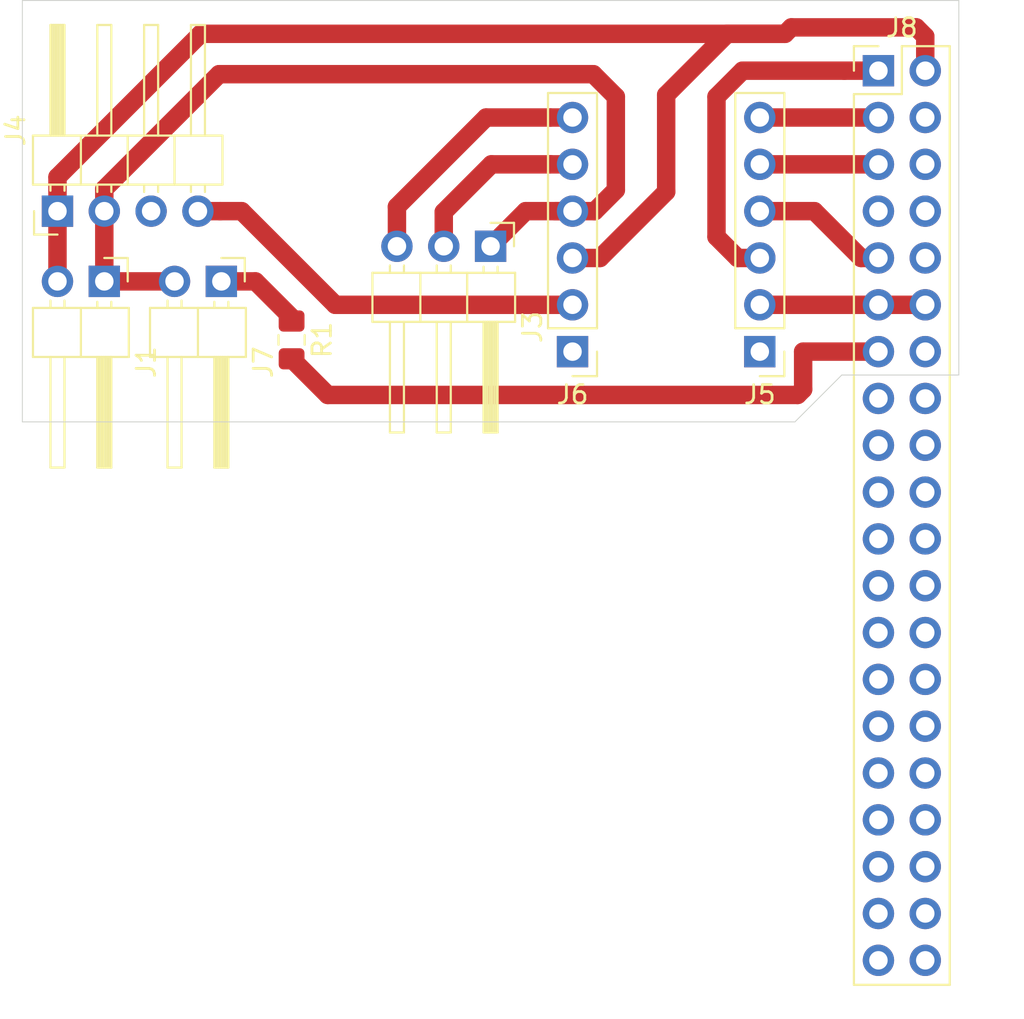
<source format=kicad_pcb>
(kicad_pcb (version 20171130) (host pcbnew 5.1.5+dfsg1-2build2)

  (general
    (thickness 1.6)
    (drawings 6)
    (tracks 60)
    (zones 0)
    (modules 8)
    (nets 38)
  )

  (page A4)
  (layers
    (0 F.Cu signal)
    (31 B.Cu signal)
    (32 B.Adhes user)
    (33 F.Adhes user)
    (34 B.Paste user)
    (35 F.Paste user)
    (36 B.SilkS user)
    (37 F.SilkS user)
    (38 B.Mask user)
    (39 F.Mask user)
    (40 Dwgs.User user)
    (41 Cmts.User user)
    (42 Eco1.User user)
    (43 Eco2.User user)
    (44 Edge.Cuts user)
    (45 Margin user)
    (46 B.CrtYd user)
    (47 F.CrtYd user)
    (48 B.Fab user)
    (49 F.Fab user)
  )

  (setup
    (last_trace_width 1)
    (trace_clearance 1)
    (zone_clearance 0.508)
    (zone_45_only no)
    (trace_min 0.2)
    (via_size 0.8)
    (via_drill 0.4)
    (via_min_size 0.4)
    (via_min_drill 0.3)
    (uvia_size 0.3)
    (uvia_drill 0.1)
    (uvias_allowed no)
    (uvia_min_size 0.2)
    (uvia_min_drill 0.1)
    (edge_width 0.05)
    (segment_width 0.2)
    (pcb_text_width 0.3)
    (pcb_text_size 1.5 1.5)
    (mod_edge_width 0.12)
    (mod_text_size 1 1)
    (mod_text_width 0.15)
    (pad_size 1.524 1.524)
    (pad_drill 0.762)
    (pad_to_mask_clearance 0.051)
    (solder_mask_min_width 0.25)
    (aux_axis_origin 0 0)
    (visible_elements FFFFFF7F)
    (pcbplotparams
      (layerselection 0x01000_7fffffff)
      (usegerberextensions false)
      (usegerberattributes false)
      (usegerberadvancedattributes false)
      (creategerberjobfile false)
      (excludeedgelayer true)
      (linewidth 0.100000)
      (plotframeref false)
      (viasonmask false)
      (mode 1)
      (useauxorigin false)
      (hpglpennumber 1)
      (hpglpenspeed 20)
      (hpglpendiameter 15.000000)
      (psnegative false)
      (psa4output false)
      (plotreference true)
      (plotvalue true)
      (plotinvisibletext false)
      (padsonsilk false)
      (subtractmaskfromsilk false)
      (outputformat 1)
      (mirror false)
      (drillshape 0)
      (scaleselection 1)
      (outputdirectory "plot/"))
  )

  (net 0 "")
  (net 1 GND)
  (net 2 +5V)
  (net 3 +3V3)
  (net 4 RTC_SCL)
  (net 5 RTC_SDA)
  (net 6 HDMI_SDA_RAW)
  (net 7 HDMI_SCL_RAW)
  (net 8 FAN_PWM_RAW)
  (net 9 HDMI_SCL)
  (net 10 HDMI_SDA)
  (net 11 FAN_PWM)
  (net 12 "Net-(J7-Pad1)")
  (net 13 LED_ENABLE)
  (net 14 "Net-(J8-Pad8)")
  (net 15 "Net-(J8-Pad10)")
  (net 16 "Net-(J8-Pad18)")
  (net 17 "Net-(J8-Pad19)")
  (net 18 "Net-(J8-Pad21)")
  (net 19 "Net-(J8-Pad22)")
  (net 20 "Net-(J8-Pad23)")
  (net 21 "Net-(J8-Pad24)")
  (net 22 "Net-(J8-Pad26)")
  (net 23 "Net-(J8-Pad27)")
  (net 24 "Net-(J8-Pad28)")
  (net 25 "Net-(J8-Pad29)")
  (net 26 "Net-(J8-Pad31)")
  (net 27 "Net-(J8-Pad32)")
  (net 28 "Net-(J8-Pad33)")
  (net 29 "Net-(J8-Pad35)")
  (net 30 "Net-(J8-Pad36)")
  (net 31 "Net-(J8-Pad37)")
  (net 32 "Net-(J8-Pad38)")
  (net 33 "Net-(J8-Pad40)")
  (net 34 "Net-(J5-Pad1)")
  (net 35 "Net-(J6-Pad1)")
  (net 36 "Net-(J8-Pad7)")
  (net 37 "Net-(J4-Pad3)")

  (net_class Default "This is the default net class."
    (clearance 1)
    (trace_width 1)
    (via_dia 0.8)
    (via_drill 0.4)
    (uvia_dia 0.3)
    (uvia_drill 0.1)
    (add_net +3V3)
    (add_net +5V)
    (add_net FAN_PWM)
    (add_net FAN_PWM_RAW)
    (add_net GND)
    (add_net HDMI_SCL)
    (add_net HDMI_SCL_RAW)
    (add_net HDMI_SDA)
    (add_net HDMI_SDA_RAW)
    (add_net LED_ENABLE)
    (add_net "Net-(J4-Pad3)")
    (add_net "Net-(J5-Pad1)")
    (add_net "Net-(J6-Pad1)")
    (add_net "Net-(J7-Pad1)")
    (add_net "Net-(J8-Pad10)")
    (add_net "Net-(J8-Pad18)")
    (add_net "Net-(J8-Pad19)")
    (add_net "Net-(J8-Pad21)")
    (add_net "Net-(J8-Pad22)")
    (add_net "Net-(J8-Pad23)")
    (add_net "Net-(J8-Pad24)")
    (add_net "Net-(J8-Pad26)")
    (add_net "Net-(J8-Pad27)")
    (add_net "Net-(J8-Pad28)")
    (add_net "Net-(J8-Pad29)")
    (add_net "Net-(J8-Pad31)")
    (add_net "Net-(J8-Pad32)")
    (add_net "Net-(J8-Pad33)")
    (add_net "Net-(J8-Pad35)")
    (add_net "Net-(J8-Pad36)")
    (add_net "Net-(J8-Pad37)")
    (add_net "Net-(J8-Pad38)")
    (add_net "Net-(J8-Pad40)")
    (add_net "Net-(J8-Pad7)")
    (add_net "Net-(J8-Pad8)")
    (add_net RTC_SCL)
    (add_net RTC_SDA)
  )

  (module Connector_PinHeader_2.54mm:PinHeader_1x06_P2.54mm_Vertical (layer F.Cu) (tedit 59FED5CC) (tstamp 62088973)
    (at 199.39 80.01 180)
    (descr "Through hole straight pin header, 1x06, 2.54mm pitch, single row")
    (tags "Through hole pin header THT 1x06 2.54mm single row")
    (path /62086283)
    (fp_text reference J5 (at 0 -2.33) (layer F.SilkS)
      (effects (font (size 1 1) (thickness 0.15)))
    )
    (fp_text value SHIFTER_L (at 0 15.03) (layer F.Fab)
      (effects (font (size 1 1) (thickness 0.15)))
    )
    (fp_line (start -0.635 -1.27) (end 1.27 -1.27) (layer F.Fab) (width 0.1))
    (fp_line (start 1.27 -1.27) (end 1.27 13.97) (layer F.Fab) (width 0.1))
    (fp_line (start 1.27 13.97) (end -1.27 13.97) (layer F.Fab) (width 0.1))
    (fp_line (start -1.27 13.97) (end -1.27 -0.635) (layer F.Fab) (width 0.1))
    (fp_line (start -1.27 -0.635) (end -0.635 -1.27) (layer F.Fab) (width 0.1))
    (fp_line (start -1.33 14.03) (end 1.33 14.03) (layer F.SilkS) (width 0.12))
    (fp_line (start -1.33 1.27) (end -1.33 14.03) (layer F.SilkS) (width 0.12))
    (fp_line (start 1.33 1.27) (end 1.33 14.03) (layer F.SilkS) (width 0.12))
    (fp_line (start -1.33 1.27) (end 1.33 1.27) (layer F.SilkS) (width 0.12))
    (fp_line (start -1.33 0) (end -1.33 -1.33) (layer F.SilkS) (width 0.12))
    (fp_line (start -1.33 -1.33) (end 0 -1.33) (layer F.SilkS) (width 0.12))
    (fp_line (start -1.8 -1.8) (end -1.8 14.5) (layer F.CrtYd) (width 0.05))
    (fp_line (start -1.8 14.5) (end 1.8 14.5) (layer F.CrtYd) (width 0.05))
    (fp_line (start 1.8 14.5) (end 1.8 -1.8) (layer F.CrtYd) (width 0.05))
    (fp_line (start 1.8 -1.8) (end -1.8 -1.8) (layer F.CrtYd) (width 0.05))
    (fp_text user %R (at 0 6.35 90) (layer F.Fab)
      (effects (font (size 1 1) (thickness 0.15)))
    )
    (pad 1 thru_hole rect (at 0 0 180) (size 1.7 1.7) (drill 1) (layers *.Cu *.Mask)
      (net 34 "Net-(J5-Pad1)"))
    (pad 2 thru_hole oval (at 0 2.54 180) (size 1.7 1.7) (drill 1) (layers *.Cu *.Mask)
      (net 11 FAN_PWM))
    (pad 3 thru_hole oval (at 0 5.08 180) (size 1.7 1.7) (drill 1) (layers *.Cu *.Mask)
      (net 3 +3V3))
    (pad 4 thru_hole oval (at 0 7.62 180) (size 1.7 1.7) (drill 1) (layers *.Cu *.Mask)
      (net 1 GND))
    (pad 5 thru_hole oval (at 0 10.16 180) (size 1.7 1.7) (drill 1) (layers *.Cu *.Mask)
      (net 9 HDMI_SCL))
    (pad 6 thru_hole oval (at 0 12.7 180) (size 1.7 1.7) (drill 1) (layers *.Cu *.Mask)
      (net 10 HDMI_SDA))
    (model ${KISYS3DMOD}/Connector_PinHeader_2.54mm.3dshapes/PinHeader_1x06_P2.54mm_Vertical.wrl
      (at (xyz 0 0 0))
      (scale (xyz 1 1 1))
      (rotate (xyz 0 0 0))
    )
  )

  (module Connector_PinHeader_2.54mm:PinHeader_1x06_P2.54mm_Vertical (layer F.Cu) (tedit 59FED5CC) (tstamp 6208898D)
    (at 189.23 80.01 180)
    (descr "Through hole straight pin header, 1x06, 2.54mm pitch, single row")
    (tags "Through hole pin header THT 1x06 2.54mm single row")
    (path /620867DD)
    (fp_text reference J6 (at 0 -2.33) (layer F.SilkS)
      (effects (font (size 1 1) (thickness 0.15)))
    )
    (fp_text value SHIFTER_H (at 0 15.03) (layer F.Fab)
      (effects (font (size 1 1) (thickness 0.15)))
    )
    (fp_text user %R (at 0 6.35 90) (layer F.Fab)
      (effects (font (size 1 1) (thickness 0.15)))
    )
    (fp_line (start 1.8 -1.8) (end -1.8 -1.8) (layer F.CrtYd) (width 0.05))
    (fp_line (start 1.8 14.5) (end 1.8 -1.8) (layer F.CrtYd) (width 0.05))
    (fp_line (start -1.8 14.5) (end 1.8 14.5) (layer F.CrtYd) (width 0.05))
    (fp_line (start -1.8 -1.8) (end -1.8 14.5) (layer F.CrtYd) (width 0.05))
    (fp_line (start -1.33 -1.33) (end 0 -1.33) (layer F.SilkS) (width 0.12))
    (fp_line (start -1.33 0) (end -1.33 -1.33) (layer F.SilkS) (width 0.12))
    (fp_line (start -1.33 1.27) (end 1.33 1.27) (layer F.SilkS) (width 0.12))
    (fp_line (start 1.33 1.27) (end 1.33 14.03) (layer F.SilkS) (width 0.12))
    (fp_line (start -1.33 1.27) (end -1.33 14.03) (layer F.SilkS) (width 0.12))
    (fp_line (start -1.33 14.03) (end 1.33 14.03) (layer F.SilkS) (width 0.12))
    (fp_line (start -1.27 -0.635) (end -0.635 -1.27) (layer F.Fab) (width 0.1))
    (fp_line (start -1.27 13.97) (end -1.27 -0.635) (layer F.Fab) (width 0.1))
    (fp_line (start 1.27 13.97) (end -1.27 13.97) (layer F.Fab) (width 0.1))
    (fp_line (start 1.27 -1.27) (end 1.27 13.97) (layer F.Fab) (width 0.1))
    (fp_line (start -0.635 -1.27) (end 1.27 -1.27) (layer F.Fab) (width 0.1))
    (pad 6 thru_hole oval (at 0 12.7 180) (size 1.7 1.7) (drill 1) (layers *.Cu *.Mask)
      (net 6 HDMI_SDA_RAW))
    (pad 5 thru_hole oval (at 0 10.16 180) (size 1.7 1.7) (drill 1) (layers *.Cu *.Mask)
      (net 7 HDMI_SCL_RAW))
    (pad 4 thru_hole oval (at 0 7.62 180) (size 1.7 1.7) (drill 1) (layers *.Cu *.Mask)
      (net 1 GND))
    (pad 3 thru_hole oval (at 0 5.08 180) (size 1.7 1.7) (drill 1) (layers *.Cu *.Mask)
      (net 2 +5V))
    (pad 2 thru_hole oval (at 0 2.54 180) (size 1.7 1.7) (drill 1) (layers *.Cu *.Mask)
      (net 8 FAN_PWM_RAW))
    (pad 1 thru_hole rect (at 0 0 180) (size 1.7 1.7) (drill 1) (layers *.Cu *.Mask)
      (net 35 "Net-(J6-Pad1)"))
    (model ${KISYS3DMOD}/Connector_PinHeader_2.54mm.3dshapes/PinHeader_1x06_P2.54mm_Vertical.wrl
      (at (xyz 0 0 0))
      (scale (xyz 1 1 1))
      (rotate (xyz 0 0 0))
    )
  )

  (module Connector_PinHeader_2.54mm:PinHeader_2x20_P2.54mm_Vertical (layer F.Cu) (tedit 59FED5CC) (tstamp 620889E1)
    (at 205.825001 64.77)
    (descr "Through hole straight pin header, 2x20, 2.54mm pitch, double rows")
    (tags "Through hole pin header THT 2x20 2.54mm double row")
    (path /620B410F)
    (fp_text reference J8 (at 1.27 -2.33) (layer F.SilkS)
      (effects (font (size 1 1) (thickness 0.15)))
    )
    (fp_text value Raspberry_Pi_2_3 (at 1.27 50.59) (layer F.Fab)
      (effects (font (size 1 1) (thickness 0.15)))
    )
    (fp_line (start 0 -1.27) (end 3.81 -1.27) (layer F.Fab) (width 0.1))
    (fp_line (start 3.81 -1.27) (end 3.81 49.53) (layer F.Fab) (width 0.1))
    (fp_line (start 3.81 49.53) (end -1.27 49.53) (layer F.Fab) (width 0.1))
    (fp_line (start -1.27 49.53) (end -1.27 0) (layer F.Fab) (width 0.1))
    (fp_line (start -1.27 0) (end 0 -1.27) (layer F.Fab) (width 0.1))
    (fp_line (start -1.33 49.59) (end 3.87 49.59) (layer F.SilkS) (width 0.12))
    (fp_line (start -1.33 1.27) (end -1.33 49.59) (layer F.SilkS) (width 0.12))
    (fp_line (start 3.87 -1.33) (end 3.87 49.59) (layer F.SilkS) (width 0.12))
    (fp_line (start -1.33 1.27) (end 1.27 1.27) (layer F.SilkS) (width 0.12))
    (fp_line (start 1.27 1.27) (end 1.27 -1.33) (layer F.SilkS) (width 0.12))
    (fp_line (start 1.27 -1.33) (end 3.87 -1.33) (layer F.SilkS) (width 0.12))
    (fp_line (start -1.33 0) (end -1.33 -1.33) (layer F.SilkS) (width 0.12))
    (fp_line (start -1.33 -1.33) (end 0 -1.33) (layer F.SilkS) (width 0.12))
    (fp_line (start -1.8 -1.8) (end -1.8 50.05) (layer F.CrtYd) (width 0.05))
    (fp_line (start -1.8 50.05) (end 4.35 50.05) (layer F.CrtYd) (width 0.05))
    (fp_line (start 4.35 50.05) (end 4.35 -1.8) (layer F.CrtYd) (width 0.05))
    (fp_line (start 4.35 -1.8) (end -1.8 -1.8) (layer F.CrtYd) (width 0.05))
    (fp_text user %R (at 1.27 24.13 90) (layer F.Fab)
      (effects (font (size 1 1) (thickness 0.15)))
    )
    (pad 1 thru_hole rect (at 0 0) (size 1.7 1.7) (drill 1) (layers *.Cu *.Mask)
      (net 3 +3V3))
    (pad 2 thru_hole oval (at 2.54 0) (size 1.7 1.7) (drill 1) (layers *.Cu *.Mask)
      (net 2 +5V))
    (pad 3 thru_hole oval (at 0 2.54) (size 1.7 1.7) (drill 1) (layers *.Cu *.Mask)
      (net 10 HDMI_SDA))
    (pad 4 thru_hole oval (at 2.54 2.54) (size 1.7 1.7) (drill 1) (layers *.Cu *.Mask)
      (net 2 +5V))
    (pad 5 thru_hole oval (at 0 5.08) (size 1.7 1.7) (drill 1) (layers *.Cu *.Mask)
      (net 9 HDMI_SCL))
    (pad 6 thru_hole oval (at 2.54 5.08) (size 1.7 1.7) (drill 1) (layers *.Cu *.Mask)
      (net 1 GND))
    (pad 7 thru_hole oval (at 0 7.62) (size 1.7 1.7) (drill 1) (layers *.Cu *.Mask)
      (net 36 "Net-(J8-Pad7)"))
    (pad 8 thru_hole oval (at 2.54 7.62) (size 1.7 1.7) (drill 1) (layers *.Cu *.Mask)
      (net 14 "Net-(J8-Pad8)"))
    (pad 9 thru_hole oval (at 0 10.16) (size 1.7 1.7) (drill 1) (layers *.Cu *.Mask)
      (net 1 GND))
    (pad 10 thru_hole oval (at 2.54 10.16) (size 1.7 1.7) (drill 1) (layers *.Cu *.Mask)
      (net 15 "Net-(J8-Pad10)"))
    (pad 11 thru_hole oval (at 0 12.7) (size 1.7 1.7) (drill 1) (layers *.Cu *.Mask)
      (net 11 FAN_PWM))
    (pad 12 thru_hole oval (at 2.54 12.7) (size 1.7 1.7) (drill 1) (layers *.Cu *.Mask)
      (net 11 FAN_PWM))
    (pad 13 thru_hole oval (at 0 15.24) (size 1.7 1.7) (drill 1) (layers *.Cu *.Mask)
      (net 13 LED_ENABLE))
    (pad 14 thru_hole oval (at 2.54 15.24) (size 1.7 1.7) (drill 1) (layers *.Cu *.Mask)
      (net 1 GND))
    (pad 15 thru_hole oval (at 0 17.78) (size 1.7 1.7) (drill 1) (layers *.Cu *.Mask)
      (net 5 RTC_SDA))
    (pad 16 thru_hole oval (at 2.54 17.78) (size 1.7 1.7) (drill 1) (layers *.Cu *.Mask)
      (net 4 RTC_SCL))
    (pad 17 thru_hole oval (at 0 20.32) (size 1.7 1.7) (drill 1) (layers *.Cu *.Mask)
      (net 3 +3V3))
    (pad 18 thru_hole oval (at 2.54 20.32) (size 1.7 1.7) (drill 1) (layers *.Cu *.Mask)
      (net 16 "Net-(J8-Pad18)"))
    (pad 19 thru_hole oval (at 0 22.86) (size 1.7 1.7) (drill 1) (layers *.Cu *.Mask)
      (net 17 "Net-(J8-Pad19)"))
    (pad 20 thru_hole oval (at 2.54 22.86) (size 1.7 1.7) (drill 1) (layers *.Cu *.Mask)
      (net 1 GND))
    (pad 21 thru_hole oval (at 0 25.4) (size 1.7 1.7) (drill 1) (layers *.Cu *.Mask)
      (net 18 "Net-(J8-Pad21)"))
    (pad 22 thru_hole oval (at 2.54 25.4) (size 1.7 1.7) (drill 1) (layers *.Cu *.Mask)
      (net 19 "Net-(J8-Pad22)"))
    (pad 23 thru_hole oval (at 0 27.94) (size 1.7 1.7) (drill 1) (layers *.Cu *.Mask)
      (net 20 "Net-(J8-Pad23)"))
    (pad 24 thru_hole oval (at 2.54 27.94) (size 1.7 1.7) (drill 1) (layers *.Cu *.Mask)
      (net 21 "Net-(J8-Pad24)"))
    (pad 25 thru_hole oval (at 0 30.48) (size 1.7 1.7) (drill 1) (layers *.Cu *.Mask)
      (net 1 GND))
    (pad 26 thru_hole oval (at 2.54 30.48) (size 1.7 1.7) (drill 1) (layers *.Cu *.Mask)
      (net 22 "Net-(J8-Pad26)"))
    (pad 27 thru_hole oval (at 0 33.02) (size 1.7 1.7) (drill 1) (layers *.Cu *.Mask)
      (net 23 "Net-(J8-Pad27)"))
    (pad 28 thru_hole oval (at 2.54 33.02) (size 1.7 1.7) (drill 1) (layers *.Cu *.Mask)
      (net 24 "Net-(J8-Pad28)"))
    (pad 29 thru_hole oval (at 0 35.56) (size 1.7 1.7) (drill 1) (layers *.Cu *.Mask)
      (net 25 "Net-(J8-Pad29)"))
    (pad 30 thru_hole oval (at 2.54 35.56) (size 1.7 1.7) (drill 1) (layers *.Cu *.Mask)
      (net 1 GND))
    (pad 31 thru_hole oval (at 0 38.1) (size 1.7 1.7) (drill 1) (layers *.Cu *.Mask)
      (net 26 "Net-(J8-Pad31)"))
    (pad 32 thru_hole oval (at 2.54 38.1) (size 1.7 1.7) (drill 1) (layers *.Cu *.Mask)
      (net 27 "Net-(J8-Pad32)"))
    (pad 33 thru_hole oval (at 0 40.64) (size 1.7 1.7) (drill 1) (layers *.Cu *.Mask)
      (net 28 "Net-(J8-Pad33)"))
    (pad 34 thru_hole oval (at 2.54 40.64) (size 1.7 1.7) (drill 1) (layers *.Cu *.Mask)
      (net 1 GND))
    (pad 35 thru_hole oval (at 0 43.18) (size 1.7 1.7) (drill 1) (layers *.Cu *.Mask)
      (net 29 "Net-(J8-Pad35)"))
    (pad 36 thru_hole oval (at 2.54 43.18) (size 1.7 1.7) (drill 1) (layers *.Cu *.Mask)
      (net 30 "Net-(J8-Pad36)"))
    (pad 37 thru_hole oval (at 0 45.72) (size 1.7 1.7) (drill 1) (layers *.Cu *.Mask)
      (net 31 "Net-(J8-Pad37)"))
    (pad 38 thru_hole oval (at 2.54 45.72) (size 1.7 1.7) (drill 1) (layers *.Cu *.Mask)
      (net 32 "Net-(J8-Pad38)"))
    (pad 39 thru_hole oval (at 0 48.26) (size 1.7 1.7) (drill 1) (layers *.Cu *.Mask)
      (net 1 GND))
    (pad 40 thru_hole oval (at 2.54 48.26) (size 1.7 1.7) (drill 1) (layers *.Cu *.Mask)
      (net 33 "Net-(J8-Pad40)"))
    (model ${KISYS3DMOD}/Connector_PinHeader_2.54mm.3dshapes/PinHeader_2x20_P2.54mm_Vertical.wrl
      (at (xyz 0 0 0))
      (scale (xyz 1 1 1))
      (rotate (xyz 0 0 0))
    )
  )

  (module Connector_PinHeader_2.54mm:PinHeader_1x02_P2.54mm_Horizontal (layer F.Cu) (tedit 59FED5CB) (tstamp 62089A42)
    (at 163.83 76.2 270)
    (descr "Through hole angled pin header, 1x02, 2.54mm pitch, 6mm pin length, single row")
    (tags "Through hole angled pin header THT 1x02 2.54mm single row")
    (path /62098B49)
    (fp_text reference J1 (at 4.385 -2.27 90) (layer F.SilkS)
      (effects (font (size 1 1) (thickness 0.15)))
    )
    (fp_text value RACK (at 4.385 4.81 90) (layer F.Fab)
      (effects (font (size 1 1) (thickness 0.15)))
    )
    (fp_line (start 2.135 -1.27) (end 4.04 -1.27) (layer F.Fab) (width 0.1))
    (fp_line (start 4.04 -1.27) (end 4.04 3.81) (layer F.Fab) (width 0.1))
    (fp_line (start 4.04 3.81) (end 1.5 3.81) (layer F.Fab) (width 0.1))
    (fp_line (start 1.5 3.81) (end 1.5 -0.635) (layer F.Fab) (width 0.1))
    (fp_line (start 1.5 -0.635) (end 2.135 -1.27) (layer F.Fab) (width 0.1))
    (fp_line (start -0.32 -0.32) (end 1.5 -0.32) (layer F.Fab) (width 0.1))
    (fp_line (start -0.32 -0.32) (end -0.32 0.32) (layer F.Fab) (width 0.1))
    (fp_line (start -0.32 0.32) (end 1.5 0.32) (layer F.Fab) (width 0.1))
    (fp_line (start 4.04 -0.32) (end 10.04 -0.32) (layer F.Fab) (width 0.1))
    (fp_line (start 10.04 -0.32) (end 10.04 0.32) (layer F.Fab) (width 0.1))
    (fp_line (start 4.04 0.32) (end 10.04 0.32) (layer F.Fab) (width 0.1))
    (fp_line (start -0.32 2.22) (end 1.5 2.22) (layer F.Fab) (width 0.1))
    (fp_line (start -0.32 2.22) (end -0.32 2.86) (layer F.Fab) (width 0.1))
    (fp_line (start -0.32 2.86) (end 1.5 2.86) (layer F.Fab) (width 0.1))
    (fp_line (start 4.04 2.22) (end 10.04 2.22) (layer F.Fab) (width 0.1))
    (fp_line (start 10.04 2.22) (end 10.04 2.86) (layer F.Fab) (width 0.1))
    (fp_line (start 4.04 2.86) (end 10.04 2.86) (layer F.Fab) (width 0.1))
    (fp_line (start 1.44 -1.33) (end 1.44 3.87) (layer F.SilkS) (width 0.12))
    (fp_line (start 1.44 3.87) (end 4.1 3.87) (layer F.SilkS) (width 0.12))
    (fp_line (start 4.1 3.87) (end 4.1 -1.33) (layer F.SilkS) (width 0.12))
    (fp_line (start 4.1 -1.33) (end 1.44 -1.33) (layer F.SilkS) (width 0.12))
    (fp_line (start 4.1 -0.38) (end 10.1 -0.38) (layer F.SilkS) (width 0.12))
    (fp_line (start 10.1 -0.38) (end 10.1 0.38) (layer F.SilkS) (width 0.12))
    (fp_line (start 10.1 0.38) (end 4.1 0.38) (layer F.SilkS) (width 0.12))
    (fp_line (start 4.1 -0.32) (end 10.1 -0.32) (layer F.SilkS) (width 0.12))
    (fp_line (start 4.1 -0.2) (end 10.1 -0.2) (layer F.SilkS) (width 0.12))
    (fp_line (start 4.1 -0.08) (end 10.1 -0.08) (layer F.SilkS) (width 0.12))
    (fp_line (start 4.1 0.04) (end 10.1 0.04) (layer F.SilkS) (width 0.12))
    (fp_line (start 4.1 0.16) (end 10.1 0.16) (layer F.SilkS) (width 0.12))
    (fp_line (start 4.1 0.28) (end 10.1 0.28) (layer F.SilkS) (width 0.12))
    (fp_line (start 1.11 -0.38) (end 1.44 -0.38) (layer F.SilkS) (width 0.12))
    (fp_line (start 1.11 0.38) (end 1.44 0.38) (layer F.SilkS) (width 0.12))
    (fp_line (start 1.44 1.27) (end 4.1 1.27) (layer F.SilkS) (width 0.12))
    (fp_line (start 4.1 2.16) (end 10.1 2.16) (layer F.SilkS) (width 0.12))
    (fp_line (start 10.1 2.16) (end 10.1 2.92) (layer F.SilkS) (width 0.12))
    (fp_line (start 10.1 2.92) (end 4.1 2.92) (layer F.SilkS) (width 0.12))
    (fp_line (start 1.042929 2.16) (end 1.44 2.16) (layer F.SilkS) (width 0.12))
    (fp_line (start 1.042929 2.92) (end 1.44 2.92) (layer F.SilkS) (width 0.12))
    (fp_line (start -1.27 0) (end -1.27 -1.27) (layer F.SilkS) (width 0.12))
    (fp_line (start -1.27 -1.27) (end 0 -1.27) (layer F.SilkS) (width 0.12))
    (fp_line (start -1.8 -1.8) (end -1.8 4.35) (layer F.CrtYd) (width 0.05))
    (fp_line (start -1.8 4.35) (end 10.55 4.35) (layer F.CrtYd) (width 0.05))
    (fp_line (start 10.55 4.35) (end 10.55 -1.8) (layer F.CrtYd) (width 0.05))
    (fp_line (start 10.55 -1.8) (end -1.8 -1.8) (layer F.CrtYd) (width 0.05))
    (fp_text user %R (at 2.77 1.27) (layer F.Fab)
      (effects (font (size 1 1) (thickness 0.15)))
    )
    (pad 1 thru_hole rect (at 0 0 270) (size 1.7 1.7) (drill 1) (layers *.Cu *.Mask)
      (net 1 GND))
    (pad 2 thru_hole oval (at 0 2.54 270) (size 1.7 1.7) (drill 1) (layers *.Cu *.Mask)
      (net 2 +5V))
    (model ${KISYS3DMOD}/Connector_PinHeader_2.54mm.3dshapes/PinHeader_1x02_P2.54mm_Horizontal.wrl
      (at (xyz 0 0 0))
      (scale (xyz 1 1 1))
      (rotate (xyz 0 0 0))
    )
  )

  (module Connector_PinHeader_2.54mm:PinHeader_1x03_P2.54mm_Horizontal (layer F.Cu) (tedit 59FED5CB) (tstamp 62089A74)
    (at 184.785 74.295 270)
    (descr "Through hole angled pin header, 1x03, 2.54mm pitch, 6mm pin length, single row")
    (tags "Through hole angled pin header THT 1x03 2.54mm single row")
    (path /6208D687)
    (fp_text reference J3 (at 4.385 -2.27 90) (layer F.SilkS)
      (effects (font (size 1 1) (thickness 0.15)))
    )
    (fp_text value HDMI (at 4.385 7.35 90) (layer F.Fab)
      (effects (font (size 1 1) (thickness 0.15)))
    )
    (fp_line (start 2.135 -1.27) (end 4.04 -1.27) (layer F.Fab) (width 0.1))
    (fp_line (start 4.04 -1.27) (end 4.04 6.35) (layer F.Fab) (width 0.1))
    (fp_line (start 4.04 6.35) (end 1.5 6.35) (layer F.Fab) (width 0.1))
    (fp_line (start 1.5 6.35) (end 1.5 -0.635) (layer F.Fab) (width 0.1))
    (fp_line (start 1.5 -0.635) (end 2.135 -1.27) (layer F.Fab) (width 0.1))
    (fp_line (start -0.32 -0.32) (end 1.5 -0.32) (layer F.Fab) (width 0.1))
    (fp_line (start -0.32 -0.32) (end -0.32 0.32) (layer F.Fab) (width 0.1))
    (fp_line (start -0.32 0.32) (end 1.5 0.32) (layer F.Fab) (width 0.1))
    (fp_line (start 4.04 -0.32) (end 10.04 -0.32) (layer F.Fab) (width 0.1))
    (fp_line (start 10.04 -0.32) (end 10.04 0.32) (layer F.Fab) (width 0.1))
    (fp_line (start 4.04 0.32) (end 10.04 0.32) (layer F.Fab) (width 0.1))
    (fp_line (start -0.32 2.22) (end 1.5 2.22) (layer F.Fab) (width 0.1))
    (fp_line (start -0.32 2.22) (end -0.32 2.86) (layer F.Fab) (width 0.1))
    (fp_line (start -0.32 2.86) (end 1.5 2.86) (layer F.Fab) (width 0.1))
    (fp_line (start 4.04 2.22) (end 10.04 2.22) (layer F.Fab) (width 0.1))
    (fp_line (start 10.04 2.22) (end 10.04 2.86) (layer F.Fab) (width 0.1))
    (fp_line (start 4.04 2.86) (end 10.04 2.86) (layer F.Fab) (width 0.1))
    (fp_line (start -0.32 4.76) (end 1.5 4.76) (layer F.Fab) (width 0.1))
    (fp_line (start -0.32 4.76) (end -0.32 5.4) (layer F.Fab) (width 0.1))
    (fp_line (start -0.32 5.4) (end 1.5 5.4) (layer F.Fab) (width 0.1))
    (fp_line (start 4.04 4.76) (end 10.04 4.76) (layer F.Fab) (width 0.1))
    (fp_line (start 10.04 4.76) (end 10.04 5.4) (layer F.Fab) (width 0.1))
    (fp_line (start 4.04 5.4) (end 10.04 5.4) (layer F.Fab) (width 0.1))
    (fp_line (start 1.44 -1.33) (end 1.44 6.41) (layer F.SilkS) (width 0.12))
    (fp_line (start 1.44 6.41) (end 4.1 6.41) (layer F.SilkS) (width 0.12))
    (fp_line (start 4.1 6.41) (end 4.1 -1.33) (layer F.SilkS) (width 0.12))
    (fp_line (start 4.1 -1.33) (end 1.44 -1.33) (layer F.SilkS) (width 0.12))
    (fp_line (start 4.1 -0.38) (end 10.1 -0.38) (layer F.SilkS) (width 0.12))
    (fp_line (start 10.1 -0.38) (end 10.1 0.38) (layer F.SilkS) (width 0.12))
    (fp_line (start 10.1 0.38) (end 4.1 0.38) (layer F.SilkS) (width 0.12))
    (fp_line (start 4.1 -0.32) (end 10.1 -0.32) (layer F.SilkS) (width 0.12))
    (fp_line (start 4.1 -0.2) (end 10.1 -0.2) (layer F.SilkS) (width 0.12))
    (fp_line (start 4.1 -0.08) (end 10.1 -0.08) (layer F.SilkS) (width 0.12))
    (fp_line (start 4.1 0.04) (end 10.1 0.04) (layer F.SilkS) (width 0.12))
    (fp_line (start 4.1 0.16) (end 10.1 0.16) (layer F.SilkS) (width 0.12))
    (fp_line (start 4.1 0.28) (end 10.1 0.28) (layer F.SilkS) (width 0.12))
    (fp_line (start 1.11 -0.38) (end 1.44 -0.38) (layer F.SilkS) (width 0.12))
    (fp_line (start 1.11 0.38) (end 1.44 0.38) (layer F.SilkS) (width 0.12))
    (fp_line (start 1.44 1.27) (end 4.1 1.27) (layer F.SilkS) (width 0.12))
    (fp_line (start 4.1 2.16) (end 10.1 2.16) (layer F.SilkS) (width 0.12))
    (fp_line (start 10.1 2.16) (end 10.1 2.92) (layer F.SilkS) (width 0.12))
    (fp_line (start 10.1 2.92) (end 4.1 2.92) (layer F.SilkS) (width 0.12))
    (fp_line (start 1.042929 2.16) (end 1.44 2.16) (layer F.SilkS) (width 0.12))
    (fp_line (start 1.042929 2.92) (end 1.44 2.92) (layer F.SilkS) (width 0.12))
    (fp_line (start 1.44 3.81) (end 4.1 3.81) (layer F.SilkS) (width 0.12))
    (fp_line (start 4.1 4.7) (end 10.1 4.7) (layer F.SilkS) (width 0.12))
    (fp_line (start 10.1 4.7) (end 10.1 5.46) (layer F.SilkS) (width 0.12))
    (fp_line (start 10.1 5.46) (end 4.1 5.46) (layer F.SilkS) (width 0.12))
    (fp_line (start 1.042929 4.7) (end 1.44 4.7) (layer F.SilkS) (width 0.12))
    (fp_line (start 1.042929 5.46) (end 1.44 5.46) (layer F.SilkS) (width 0.12))
    (fp_line (start -1.27 0) (end -1.27 -1.27) (layer F.SilkS) (width 0.12))
    (fp_line (start -1.27 -1.27) (end 0 -1.27) (layer F.SilkS) (width 0.12))
    (fp_line (start -1.8 -1.8) (end -1.8 6.85) (layer F.CrtYd) (width 0.05))
    (fp_line (start -1.8 6.85) (end 10.55 6.85) (layer F.CrtYd) (width 0.05))
    (fp_line (start 10.55 6.85) (end 10.55 -1.8) (layer F.CrtYd) (width 0.05))
    (fp_line (start 10.55 -1.8) (end -1.8 -1.8) (layer F.CrtYd) (width 0.05))
    (fp_text user %R (at 2.77 2.54) (layer F.Fab)
      (effects (font (size 1 1) (thickness 0.15)))
    )
    (pad 1 thru_hole rect (at 0 0 270) (size 1.7 1.7) (drill 1) (layers *.Cu *.Mask)
      (net 1 GND))
    (pad 2 thru_hole oval (at 0 2.54 270) (size 1.7 1.7) (drill 1) (layers *.Cu *.Mask)
      (net 7 HDMI_SCL_RAW))
    (pad 3 thru_hole oval (at 0 5.08 270) (size 1.7 1.7) (drill 1) (layers *.Cu *.Mask)
      (net 6 HDMI_SDA_RAW))
    (model ${KISYS3DMOD}/Connector_PinHeader_2.54mm.3dshapes/PinHeader_1x03_P2.54mm_Horizontal.wrl
      (at (xyz 0 0 0))
      (scale (xyz 1 1 1))
      (rotate (xyz 0 0 0))
    )
  )

  (module Connector_PinHeader_2.54mm:PinHeader_1x04_P2.54mm_Horizontal (layer F.Cu) (tedit 59FED5CB) (tstamp 62089AB3)
    (at 161.29 72.39 90)
    (descr "Through hole angled pin header, 1x04, 2.54mm pitch, 6mm pin length, single row")
    (tags "Through hole angled pin header THT 1x04 2.54mm single row")
    (path /620A6B1F)
    (fp_text reference J4 (at 4.385 -2.27 90) (layer F.SilkS)
      (effects (font (size 1 1) (thickness 0.15)))
    )
    (fp_text value FAN (at 4.385 9.89 90) (layer F.Fab)
      (effects (font (size 1 1) (thickness 0.15)))
    )
    (fp_line (start 2.135 -1.27) (end 4.04 -1.27) (layer F.Fab) (width 0.1))
    (fp_line (start 4.04 -1.27) (end 4.04 8.89) (layer F.Fab) (width 0.1))
    (fp_line (start 4.04 8.89) (end 1.5 8.89) (layer F.Fab) (width 0.1))
    (fp_line (start 1.5 8.89) (end 1.5 -0.635) (layer F.Fab) (width 0.1))
    (fp_line (start 1.5 -0.635) (end 2.135 -1.27) (layer F.Fab) (width 0.1))
    (fp_line (start -0.32 -0.32) (end 1.5 -0.32) (layer F.Fab) (width 0.1))
    (fp_line (start -0.32 -0.32) (end -0.32 0.32) (layer F.Fab) (width 0.1))
    (fp_line (start -0.32 0.32) (end 1.5 0.32) (layer F.Fab) (width 0.1))
    (fp_line (start 4.04 -0.32) (end 10.04 -0.32) (layer F.Fab) (width 0.1))
    (fp_line (start 10.04 -0.32) (end 10.04 0.32) (layer F.Fab) (width 0.1))
    (fp_line (start 4.04 0.32) (end 10.04 0.32) (layer F.Fab) (width 0.1))
    (fp_line (start -0.32 2.22) (end 1.5 2.22) (layer F.Fab) (width 0.1))
    (fp_line (start -0.32 2.22) (end -0.32 2.86) (layer F.Fab) (width 0.1))
    (fp_line (start -0.32 2.86) (end 1.5 2.86) (layer F.Fab) (width 0.1))
    (fp_line (start 4.04 2.22) (end 10.04 2.22) (layer F.Fab) (width 0.1))
    (fp_line (start 10.04 2.22) (end 10.04 2.86) (layer F.Fab) (width 0.1))
    (fp_line (start 4.04 2.86) (end 10.04 2.86) (layer F.Fab) (width 0.1))
    (fp_line (start -0.32 4.76) (end 1.5 4.76) (layer F.Fab) (width 0.1))
    (fp_line (start -0.32 4.76) (end -0.32 5.4) (layer F.Fab) (width 0.1))
    (fp_line (start -0.32 5.4) (end 1.5 5.4) (layer F.Fab) (width 0.1))
    (fp_line (start 4.04 4.76) (end 10.04 4.76) (layer F.Fab) (width 0.1))
    (fp_line (start 10.04 4.76) (end 10.04 5.4) (layer F.Fab) (width 0.1))
    (fp_line (start 4.04 5.4) (end 10.04 5.4) (layer F.Fab) (width 0.1))
    (fp_line (start -0.32 7.3) (end 1.5 7.3) (layer F.Fab) (width 0.1))
    (fp_line (start -0.32 7.3) (end -0.32 7.94) (layer F.Fab) (width 0.1))
    (fp_line (start -0.32 7.94) (end 1.5 7.94) (layer F.Fab) (width 0.1))
    (fp_line (start 4.04 7.3) (end 10.04 7.3) (layer F.Fab) (width 0.1))
    (fp_line (start 10.04 7.3) (end 10.04 7.94) (layer F.Fab) (width 0.1))
    (fp_line (start 4.04 7.94) (end 10.04 7.94) (layer F.Fab) (width 0.1))
    (fp_line (start 1.44 -1.33) (end 1.44 8.95) (layer F.SilkS) (width 0.12))
    (fp_line (start 1.44 8.95) (end 4.1 8.95) (layer F.SilkS) (width 0.12))
    (fp_line (start 4.1 8.95) (end 4.1 -1.33) (layer F.SilkS) (width 0.12))
    (fp_line (start 4.1 -1.33) (end 1.44 -1.33) (layer F.SilkS) (width 0.12))
    (fp_line (start 4.1 -0.38) (end 10.1 -0.38) (layer F.SilkS) (width 0.12))
    (fp_line (start 10.1 -0.38) (end 10.1 0.38) (layer F.SilkS) (width 0.12))
    (fp_line (start 10.1 0.38) (end 4.1 0.38) (layer F.SilkS) (width 0.12))
    (fp_line (start 4.1 -0.32) (end 10.1 -0.32) (layer F.SilkS) (width 0.12))
    (fp_line (start 4.1 -0.2) (end 10.1 -0.2) (layer F.SilkS) (width 0.12))
    (fp_line (start 4.1 -0.08) (end 10.1 -0.08) (layer F.SilkS) (width 0.12))
    (fp_line (start 4.1 0.04) (end 10.1 0.04) (layer F.SilkS) (width 0.12))
    (fp_line (start 4.1 0.16) (end 10.1 0.16) (layer F.SilkS) (width 0.12))
    (fp_line (start 4.1 0.28) (end 10.1 0.28) (layer F.SilkS) (width 0.12))
    (fp_line (start 1.11 -0.38) (end 1.44 -0.38) (layer F.SilkS) (width 0.12))
    (fp_line (start 1.11 0.38) (end 1.44 0.38) (layer F.SilkS) (width 0.12))
    (fp_line (start 1.44 1.27) (end 4.1 1.27) (layer F.SilkS) (width 0.12))
    (fp_line (start 4.1 2.16) (end 10.1 2.16) (layer F.SilkS) (width 0.12))
    (fp_line (start 10.1 2.16) (end 10.1 2.92) (layer F.SilkS) (width 0.12))
    (fp_line (start 10.1 2.92) (end 4.1 2.92) (layer F.SilkS) (width 0.12))
    (fp_line (start 1.042929 2.16) (end 1.44 2.16) (layer F.SilkS) (width 0.12))
    (fp_line (start 1.042929 2.92) (end 1.44 2.92) (layer F.SilkS) (width 0.12))
    (fp_line (start 1.44 3.81) (end 4.1 3.81) (layer F.SilkS) (width 0.12))
    (fp_line (start 4.1 4.7) (end 10.1 4.7) (layer F.SilkS) (width 0.12))
    (fp_line (start 10.1 4.7) (end 10.1 5.46) (layer F.SilkS) (width 0.12))
    (fp_line (start 10.1 5.46) (end 4.1 5.46) (layer F.SilkS) (width 0.12))
    (fp_line (start 1.042929 4.7) (end 1.44 4.7) (layer F.SilkS) (width 0.12))
    (fp_line (start 1.042929 5.46) (end 1.44 5.46) (layer F.SilkS) (width 0.12))
    (fp_line (start 1.44 6.35) (end 4.1 6.35) (layer F.SilkS) (width 0.12))
    (fp_line (start 4.1 7.24) (end 10.1 7.24) (layer F.SilkS) (width 0.12))
    (fp_line (start 10.1 7.24) (end 10.1 8) (layer F.SilkS) (width 0.12))
    (fp_line (start 10.1 8) (end 4.1 8) (layer F.SilkS) (width 0.12))
    (fp_line (start 1.042929 7.24) (end 1.44 7.24) (layer F.SilkS) (width 0.12))
    (fp_line (start 1.042929 8) (end 1.44 8) (layer F.SilkS) (width 0.12))
    (fp_line (start -1.27 0) (end -1.27 -1.27) (layer F.SilkS) (width 0.12))
    (fp_line (start -1.27 -1.27) (end 0 -1.27) (layer F.SilkS) (width 0.12))
    (fp_line (start -1.8 -1.8) (end -1.8 9.4) (layer F.CrtYd) (width 0.05))
    (fp_line (start -1.8 9.4) (end 10.55 9.4) (layer F.CrtYd) (width 0.05))
    (fp_line (start 10.55 9.4) (end 10.55 -1.8) (layer F.CrtYd) (width 0.05))
    (fp_line (start 10.55 -1.8) (end -1.8 -1.8) (layer F.CrtYd) (width 0.05))
    (fp_text user %R (at 2.77 3.81) (layer F.Fab)
      (effects (font (size 1 1) (thickness 0.15)))
    )
    (pad 1 thru_hole rect (at 0 0 90) (size 1.7 1.7) (drill 1) (layers *.Cu *.Mask)
      (net 2 +5V))
    (pad 2 thru_hole oval (at 0 2.54 90) (size 1.7 1.7) (drill 1) (layers *.Cu *.Mask)
      (net 1 GND))
    (pad 3 thru_hole oval (at 0 5.08 90) (size 1.7 1.7) (drill 1) (layers *.Cu *.Mask)
      (net 37 "Net-(J4-Pad3)"))
    (pad 4 thru_hole oval (at 0 7.62 90) (size 1.7 1.7) (drill 1) (layers *.Cu *.Mask)
      (net 8 FAN_PWM_RAW))
    (model ${KISYS3DMOD}/Connector_PinHeader_2.54mm.3dshapes/PinHeader_1x04_P2.54mm_Horizontal.wrl
      (at (xyz 0 0 0))
      (scale (xyz 1 1 1))
      (rotate (xyz 0 0 0))
    )
  )

  (module Connector_PinHeader_2.54mm:PinHeader_1x02_P2.54mm_Horizontal (layer F.Cu) (tedit 59FED5CB) (tstamp 62089AFF)
    (at 170.18 76.2 270)
    (descr "Through hole angled pin header, 1x02, 2.54mm pitch, 6mm pin length, single row")
    (tags "Through hole angled pin header THT 1x02 2.54mm single row")
    (path /620A162A)
    (fp_text reference J7 (at 4.385 -2.27 90) (layer F.SilkS)
      (effects (font (size 1 1) (thickness 0.15)))
    )
    (fp_text value LED (at 4.385 4.81 90) (layer F.Fab)
      (effects (font (size 1 1) (thickness 0.15)))
    )
    (fp_text user %R (at 2.77 1.27) (layer F.Fab)
      (effects (font (size 1 1) (thickness 0.15)))
    )
    (fp_line (start 10.55 -1.8) (end -1.8 -1.8) (layer F.CrtYd) (width 0.05))
    (fp_line (start 10.55 4.35) (end 10.55 -1.8) (layer F.CrtYd) (width 0.05))
    (fp_line (start -1.8 4.35) (end 10.55 4.35) (layer F.CrtYd) (width 0.05))
    (fp_line (start -1.8 -1.8) (end -1.8 4.35) (layer F.CrtYd) (width 0.05))
    (fp_line (start -1.27 -1.27) (end 0 -1.27) (layer F.SilkS) (width 0.12))
    (fp_line (start -1.27 0) (end -1.27 -1.27) (layer F.SilkS) (width 0.12))
    (fp_line (start 1.042929 2.92) (end 1.44 2.92) (layer F.SilkS) (width 0.12))
    (fp_line (start 1.042929 2.16) (end 1.44 2.16) (layer F.SilkS) (width 0.12))
    (fp_line (start 10.1 2.92) (end 4.1 2.92) (layer F.SilkS) (width 0.12))
    (fp_line (start 10.1 2.16) (end 10.1 2.92) (layer F.SilkS) (width 0.12))
    (fp_line (start 4.1 2.16) (end 10.1 2.16) (layer F.SilkS) (width 0.12))
    (fp_line (start 1.44 1.27) (end 4.1 1.27) (layer F.SilkS) (width 0.12))
    (fp_line (start 1.11 0.38) (end 1.44 0.38) (layer F.SilkS) (width 0.12))
    (fp_line (start 1.11 -0.38) (end 1.44 -0.38) (layer F.SilkS) (width 0.12))
    (fp_line (start 4.1 0.28) (end 10.1 0.28) (layer F.SilkS) (width 0.12))
    (fp_line (start 4.1 0.16) (end 10.1 0.16) (layer F.SilkS) (width 0.12))
    (fp_line (start 4.1 0.04) (end 10.1 0.04) (layer F.SilkS) (width 0.12))
    (fp_line (start 4.1 -0.08) (end 10.1 -0.08) (layer F.SilkS) (width 0.12))
    (fp_line (start 4.1 -0.2) (end 10.1 -0.2) (layer F.SilkS) (width 0.12))
    (fp_line (start 4.1 -0.32) (end 10.1 -0.32) (layer F.SilkS) (width 0.12))
    (fp_line (start 10.1 0.38) (end 4.1 0.38) (layer F.SilkS) (width 0.12))
    (fp_line (start 10.1 -0.38) (end 10.1 0.38) (layer F.SilkS) (width 0.12))
    (fp_line (start 4.1 -0.38) (end 10.1 -0.38) (layer F.SilkS) (width 0.12))
    (fp_line (start 4.1 -1.33) (end 1.44 -1.33) (layer F.SilkS) (width 0.12))
    (fp_line (start 4.1 3.87) (end 4.1 -1.33) (layer F.SilkS) (width 0.12))
    (fp_line (start 1.44 3.87) (end 4.1 3.87) (layer F.SilkS) (width 0.12))
    (fp_line (start 1.44 -1.33) (end 1.44 3.87) (layer F.SilkS) (width 0.12))
    (fp_line (start 4.04 2.86) (end 10.04 2.86) (layer F.Fab) (width 0.1))
    (fp_line (start 10.04 2.22) (end 10.04 2.86) (layer F.Fab) (width 0.1))
    (fp_line (start 4.04 2.22) (end 10.04 2.22) (layer F.Fab) (width 0.1))
    (fp_line (start -0.32 2.86) (end 1.5 2.86) (layer F.Fab) (width 0.1))
    (fp_line (start -0.32 2.22) (end -0.32 2.86) (layer F.Fab) (width 0.1))
    (fp_line (start -0.32 2.22) (end 1.5 2.22) (layer F.Fab) (width 0.1))
    (fp_line (start 4.04 0.32) (end 10.04 0.32) (layer F.Fab) (width 0.1))
    (fp_line (start 10.04 -0.32) (end 10.04 0.32) (layer F.Fab) (width 0.1))
    (fp_line (start 4.04 -0.32) (end 10.04 -0.32) (layer F.Fab) (width 0.1))
    (fp_line (start -0.32 0.32) (end 1.5 0.32) (layer F.Fab) (width 0.1))
    (fp_line (start -0.32 -0.32) (end -0.32 0.32) (layer F.Fab) (width 0.1))
    (fp_line (start -0.32 -0.32) (end 1.5 -0.32) (layer F.Fab) (width 0.1))
    (fp_line (start 1.5 -0.635) (end 2.135 -1.27) (layer F.Fab) (width 0.1))
    (fp_line (start 1.5 3.81) (end 1.5 -0.635) (layer F.Fab) (width 0.1))
    (fp_line (start 4.04 3.81) (end 1.5 3.81) (layer F.Fab) (width 0.1))
    (fp_line (start 4.04 -1.27) (end 4.04 3.81) (layer F.Fab) (width 0.1))
    (fp_line (start 2.135 -1.27) (end 4.04 -1.27) (layer F.Fab) (width 0.1))
    (pad 2 thru_hole oval (at 0 2.54 270) (size 1.7 1.7) (drill 1) (layers *.Cu *.Mask)
      (net 1 GND))
    (pad 1 thru_hole rect (at 0 0 270) (size 1.7 1.7) (drill 1) (layers *.Cu *.Mask)
      (net 12 "Net-(J7-Pad1)"))
    (model ${KISYS3DMOD}/Connector_PinHeader_2.54mm.3dshapes/PinHeader_1x02_P2.54mm_Horizontal.wrl
      (at (xyz 0 0 0))
      (scale (xyz 1 1 1))
      (rotate (xyz 0 0 0))
    )
  )

  (module Resistor_SMD:R_0805_2012Metric_Pad1.15x1.40mm_HandSolder (layer F.Cu) (tedit 5B36C52B) (tstamp 6208A4D6)
    (at 173.99 79.375 270)
    (descr "Resistor SMD 0805 (2012 Metric), square (rectangular) end terminal, IPC_7351 nominal with elongated pad for handsoldering. (Body size source: https://docs.google.com/spreadsheets/d/1BsfQQcO9C6DZCsRaXUlFlo91Tg2WpOkGARC1WS5S8t0/edit?usp=sharing), generated with kicad-footprint-generator")
    (tags "resistor handsolder")
    (path /6209F3C9)
    (attr smd)
    (fp_text reference R1 (at 0 -1.65 90) (layer F.SilkS)
      (effects (font (size 1 1) (thickness 0.15)))
    )
    (fp_text value 100 (at 0 1.65 90) (layer F.Fab)
      (effects (font (size 1 1) (thickness 0.15)))
    )
    (fp_line (start -1 0.6) (end -1 -0.6) (layer F.Fab) (width 0.1))
    (fp_line (start -1 -0.6) (end 1 -0.6) (layer F.Fab) (width 0.1))
    (fp_line (start 1 -0.6) (end 1 0.6) (layer F.Fab) (width 0.1))
    (fp_line (start 1 0.6) (end -1 0.6) (layer F.Fab) (width 0.1))
    (fp_line (start -0.261252 -0.71) (end 0.261252 -0.71) (layer F.SilkS) (width 0.12))
    (fp_line (start -0.261252 0.71) (end 0.261252 0.71) (layer F.SilkS) (width 0.12))
    (fp_line (start -1.85 0.95) (end -1.85 -0.95) (layer F.CrtYd) (width 0.05))
    (fp_line (start -1.85 -0.95) (end 1.85 -0.95) (layer F.CrtYd) (width 0.05))
    (fp_line (start 1.85 -0.95) (end 1.85 0.95) (layer F.CrtYd) (width 0.05))
    (fp_line (start 1.85 0.95) (end -1.85 0.95) (layer F.CrtYd) (width 0.05))
    (fp_text user %R (at 0 0 90) (layer F.Fab)
      (effects (font (size 0.5 0.5) (thickness 0.08)))
    )
    (pad 1 smd roundrect (at -1.025 0 270) (size 1.15 1.4) (layers F.Cu F.Paste F.Mask) (roundrect_rratio 0.217391)
      (net 12 "Net-(J7-Pad1)"))
    (pad 2 smd roundrect (at 1.025 0 270) (size 1.15 1.4) (layers F.Cu F.Paste F.Mask) (roundrect_rratio 0.217391)
      (net 13 LED_ENABLE))
    (model ${KISYS3DMOD}/Resistor_SMD.3dshapes/R_0805_2012Metric.wrl
      (at (xyz 0 0 0))
      (scale (xyz 1 1 1))
      (rotate (xyz 0 0 0))
    )
  )

  (gr_line (start 201.295 83.82) (end 159.385 83.82) (layer Edge.Cuts) (width 0.05) (tstamp 6208AA9C))
  (gr_line (start 210.185 60.96) (end 159.385 60.96) (layer Edge.Cuts) (width 0.05) (tstamp 6208AA91))
  (gr_line (start 203.835 81.28) (end 210.185 81.28) (layer Edge.Cuts) (width 0.05) (tstamp 6208AA90))
  (gr_line (start 203.835 81.28) (end 201.295 83.82) (layer Edge.Cuts) (width 0.05) (tstamp 6208AA8B))
  (gr_line (start 210.185 60.96) (end 210.185 81.28) (layer Edge.Cuts) (width 0.05))
  (gr_line (start 159.385 83.82) (end 159.385 60.96) (layer Edge.Cuts) (width 0.05))

  (segment (start 204.886999 74.93) (end 205.825001 74.93) (width 1) (layer F.Cu) (net 1))
  (segment (start 202.346999 72.39) (end 204.886999 74.93) (width 1) (layer F.Cu) (net 1))
  (segment (start 199.39 72.39) (end 202.346999 72.39) (width 1) (layer F.Cu) (net 1))
  (segment (start 190.432081 72.39) (end 189.23 72.39) (width 1) (layer F.Cu) (net 1))
  (segment (start 191.580001 71.24208) (end 190.432081 72.39) (width 1) (layer F.Cu) (net 1))
  (segment (start 190.358001 64.959999) (end 191.580001 66.181999) (width 1) (layer F.Cu) (net 1))
  (segment (start 170.05792 64.959999) (end 190.358001 64.959999) (width 1) (layer F.Cu) (net 1))
  (segment (start 191.580001 66.181999) (end 191.580001 71.24208) (width 1) (layer F.Cu) (net 1))
  (segment (start 163.83 71.187919) (end 170.05792 64.959999) (width 1) (layer F.Cu) (net 1))
  (segment (start 163.83 72.39) (end 163.83 71.187919) (width 1) (layer F.Cu) (net 1))
  (segment (start 188.291998 72.39) (end 189.23 72.39) (width 1) (layer F.Cu) (net 1))
  (segment (start 186.69 72.39) (end 189.23 72.39) (width 1) (layer F.Cu) (net 1))
  (segment (start 184.785 74.295) (end 186.69 72.39) (width 1) (layer F.Cu) (net 1))
  (segment (start 163.83 72.39) (end 163.83 76.2) (width 1) (layer F.Cu) (net 1))
  (segment (start 163.83 76.2) (end 167.64 76.2) (width 1) (layer F.Cu) (net 1))
  (segment (start 201.105001 62.419999) (end 200.75501 62.76999) (width 1) (layer F.Cu) (net 2))
  (segment (start 207.875001 62.419999) (end 201.105001 62.419999) (width 1) (layer F.Cu) (net 2))
  (segment (start 208.365001 62.909998) (end 207.875001 62.419999) (width 1) (layer F.Cu) (net 2))
  (segment (start 208.365001 64.77) (end 208.365001 62.909998) (width 1) (layer F.Cu) (net 2))
  (segment (start 161.29 70.54) (end 161.29 72.39) (width 1) (layer F.Cu) (net 2))
  (segment (start 169.06001 62.76999) (end 161.29 70.54) (width 1) (layer F.Cu) (net 2))
  (segment (start 200.75501 62.76999) (end 169.06001 62.76999) (width 1) (layer F.Cu) (net 2))
  (segment (start 190.720522 74.93) (end 194.31 71.340522) (width 1) (layer F.Cu) (net 2))
  (segment (start 189.23 74.93) (end 190.720522 74.93) (width 1) (layer F.Cu) (net 2))
  (segment (start 197.623568 62.76999) (end 200.75501 62.76999) (width 1) (layer F.Cu) (net 2))
  (segment (start 194.31 66.083558) (end 197.623568 62.76999) (width 1) (layer F.Cu) (net 2))
  (segment (start 194.31 71.340522) (end 194.31 66.083558) (width 1) (layer F.Cu) (net 2))
  (segment (start 161.29 76.2) (end 161.29 72.39) (width 1) (layer F.Cu) (net 2))
  (segment (start 203.975001 64.77) (end 205.825001 64.77) (width 1) (layer F.Cu) (net 3))
  (segment (start 198.451998 64.77) (end 203.975001 64.77) (width 1) (layer F.Cu) (net 3))
  (segment (start 197.039999 66.181999) (end 198.451998 64.77) (width 1) (layer F.Cu) (net 3))
  (segment (start 197.039999 73.78208) (end 197.039999 66.181999) (width 1) (layer F.Cu) (net 3))
  (segment (start 198.187919 74.93) (end 197.039999 73.78208) (width 1) (layer F.Cu) (net 3))
  (segment (start 199.39 74.93) (end 198.187919 74.93) (width 1) (layer F.Cu) (net 3))
  (segment (start 188.027919 67.31) (end 189.23 67.31) (width 1) (layer F.Cu) (net 6))
  (segment (start 184.541558 67.31) (end 188.027919 67.31) (width 1) (layer F.Cu) (net 6))
  (segment (start 179.705 72.146558) (end 184.541558 67.31) (width 1) (layer F.Cu) (net 6))
  (segment (start 179.705 74.295) (end 179.705 72.146558) (width 1) (layer F.Cu) (net 6))
  (segment (start 188.003558 69.85) (end 188.027919 69.85) (width 1) (layer F.Cu) (net 7))
  (segment (start 188.027919 69.85) (end 189.23 69.85) (width 1) (layer F.Cu) (net 7))
  (segment (start 184.829998 69.85) (end 188.027919 69.85) (width 1) (layer F.Cu) (net 7))
  (segment (start 182.245 72.434998) (end 184.829998 69.85) (width 1) (layer F.Cu) (net 7))
  (segment (start 182.245 74.295) (end 182.245 72.434998) (width 1) (layer F.Cu) (net 7))
  (segment (start 170.112081 72.39) (end 168.91 72.39) (width 1) (layer F.Cu) (net 8))
  (segment (start 171.27989 72.39) (end 170.112081 72.39) (width 1) (layer F.Cu) (net 8))
  (segment (start 176.35989 77.47) (end 171.27989 72.39) (width 1) (layer F.Cu) (net 8))
  (segment (start 189.23 77.47) (end 176.35989 77.47) (width 1) (layer F.Cu) (net 8))
  (segment (start 199.39 69.85) (end 205.825001 69.85) (width 1) (layer F.Cu) (net 9))
  (segment (start 199.39 67.31) (end 205.825001 67.31) (width 1) (layer F.Cu) (net 10))
  (segment (start 199.39 77.47) (end 205.825001 77.47) (width 1) (layer F.Cu) (net 11))
  (segment (start 205.825001 77.47) (end 208.365001 77.47) (width 1) (layer F.Cu) (net 11))
  (segment (start 173.99 78.16) (end 173.99 78.32499) (width 1) (layer F.Cu) (net 12))
  (segment (start 172.03 76.2) (end 173.99 78.16) (width 1) (layer F.Cu) (net 12))
  (segment (start 170.18 76.2) (end 172.03 76.2) (width 1) (layer F.Cu) (net 12))
  (segment (start 205.825001 80.01) (end 201.740001 80.01) (width 1) (layer F.Cu) (net 13))
  (segment (start 201.740001 80.01) (end 201.740001 82.060001) (width 1) (layer F.Cu) (net 13))
  (segment (start 174.01501 80.42501) (end 173.99 80.42501) (width 1) (layer F.Cu) (net 13))
  (segment (start 175.950001 82.360001) (end 174.01501 80.42501) (width 1) (layer F.Cu) (net 13))
  (segment (start 201.440001 82.360001) (end 175.950001 82.360001) (width 1) (layer F.Cu) (net 13))
  (segment (start 201.740001 82.060001) (end 201.440001 82.360001) (width 1) (layer F.Cu) (net 13))

)

</source>
